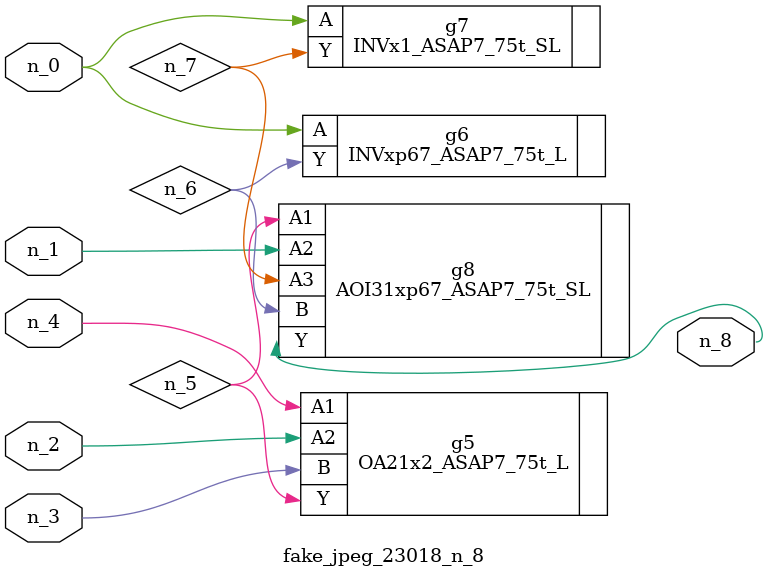
<source format=v>
module fake_jpeg_23018_n_8 (n_3, n_2, n_1, n_0, n_4, n_8);

input n_3;
input n_2;
input n_1;
input n_0;
input n_4;

output n_8;

wire n_6;
wire n_5;
wire n_7;

OA21x2_ASAP7_75t_L g5 ( 
.A1(n_4),
.A2(n_2),
.B(n_3),
.Y(n_5)
);

INVxp67_ASAP7_75t_L g6 ( 
.A(n_0),
.Y(n_6)
);

INVx1_ASAP7_75t_SL g7 ( 
.A(n_0),
.Y(n_7)
);

AOI31xp67_ASAP7_75t_SL g8 ( 
.A1(n_5),
.A2(n_1),
.A3(n_7),
.B(n_6),
.Y(n_8)
);


endmodule
</source>
